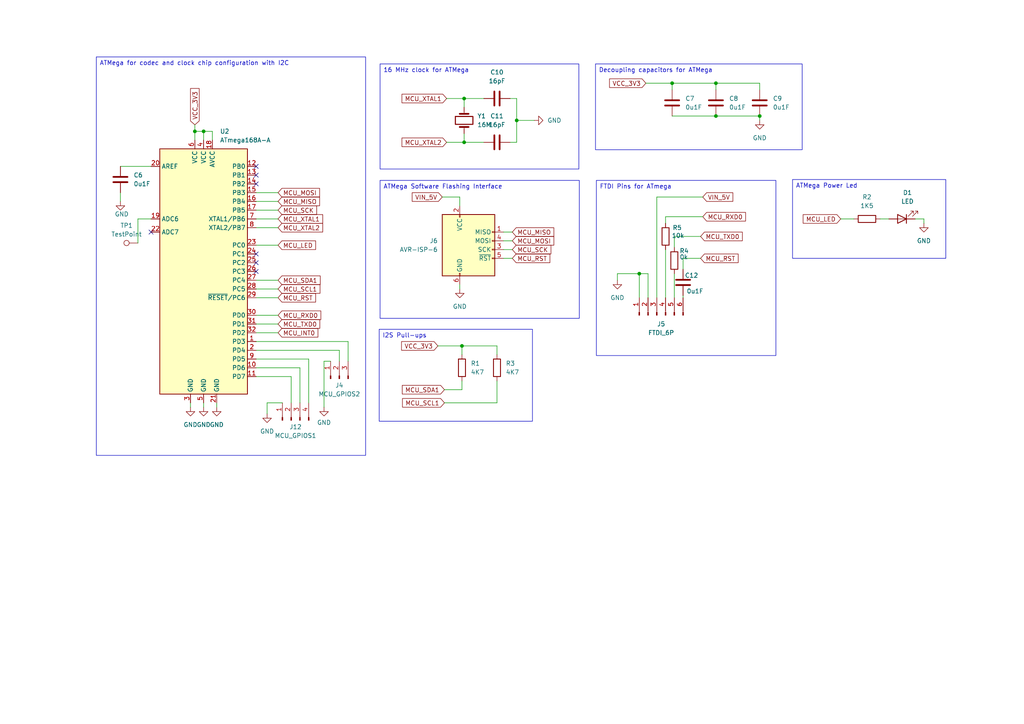
<source format=kicad_sch>
(kicad_sch (version 20230121) (generator eeschema)
  (paper "A4")
  (lib_symbols
    (symbol "Connector:AVR-ISP-6" (pin_names (offset 1.016))
      (property "Reference" "J" (at -6.35 11.43 0))
      (property "Value" "AVR-ISP-6" (at 0 11.43 0))
      (symbol "AVR-ISP-6_0_1"
        (rectangle (start -2.667 -6.858) (end -2.413 -7.62))
        (rectangle (start -2.667 10.16) (end -2.413 9.398))
        (rectangle (start 7.62 -2.413) (end 6.858 -2.667))
        (rectangle (start 7.62 0.127) (end 6.858 -0.127))
        (rectangle (start 7.62 2.667) (end 6.858 2.413))
        (rectangle (start 7.62 5.207) (end 6.858 4.953))
        (rectangle (start 7.62 10.16) (end -7.62 -7.62) (stroke (width 0.254)) (fill (type background)))
      )
      (symbol "AVR-ISP-6_1_1"
        (pin passive line (at 10.16 5.08 180) (length 2.54) (name "MISO") (number "1"))
        (pin passive line (at -2.54 12.7 270) (length 2.54) (name "VCC") (number "2"))
        (pin passive line (at 10.16 0 180) (length 2.54) (name "SCK") (number "3"))
        (pin passive line (at 10.16 2.54 180) (length 2.54) (name "MOSI") (number "4"))
        (pin passive line (at 10.16 -2.54 180) (length 2.54) (name "~{RST}") (number "5"))
        (pin passive line (at -2.54 -10.16 90) (length 2.54) (name "GND") (number "6"))
      )
    )
    (symbol "Connector:Conn_01x03_Pin" (pin_names (offset 1.016) hide)
      (property "Reference" "J" (at 0 5.08 0))
      (property "Value" "Conn_01x03_Pin" (at 0 -5.08 0))
      (symbol "Conn_01x03_Pin_1_1"
        (polyline (pts (xy 1.27 -2.54) (xy 0.8636 -2.54)) (stroke (width 0.1524)))
        (polyline (pts (xy 1.27 0) (xy 0.8636 0)) (stroke (width 0.1524)))
        (polyline (pts (xy 1.27 2.54) (xy 0.8636 2.54)) (stroke (width 0.1524)))
        (rectangle (start 0.8636 -2.413) (end 0 -2.667) (stroke (width 0.1524)) (fill (type outline)))
        (rectangle (start 0.8636 0.127) (end 0 -0.127) (stroke (width 0.1524)) (fill (type outline)))
        (rectangle (start 0.8636 2.667) (end 0 2.413) (stroke (width 0.1524)) (fill (type outline)))
        (pin passive line (at 5.08 2.54 180) (length 3.81) (name "Pin_1") (number "1"))
        (pin passive line (at 5.08 0 180) (length 3.81) (name "Pin_2") (number "2"))
        (pin passive line (at 5.08 -2.54 180) (length 3.81) (name "Pin_3") (number "3"))
      )
    )
    (symbol "Connector:Conn_01x04_Pin" (pin_names (offset 1.016) hide)
      (property "Reference" "J" (at 0 5.08 0))
      (property "Value" "Conn_01x04_Pin" (at 0 -7.62 0))
      (symbol "Conn_01x04_Pin_1_1"
        (polyline (pts (xy 1.27 -5.08) (xy 0.8636 -5.08)) (stroke (width 0.1524)))
        (polyline (pts (xy 1.27 -2.54) (xy 0.8636 -2.54)) (stroke (width 0.1524)))
        (polyline (pts (xy 1.27 0) (xy 0.8636 0)) (stroke (width 0.1524)))
        (polyline (pts (xy 1.27 2.54) (xy 0.8636 2.54)) (stroke (width 0.1524)))
        (rectangle (start 0.8636 -4.953) (end 0 -5.207) (stroke (width 0.1524)) (fill (type outline)))
        (rectangle (start 0.8636 -2.413) (end 0 -2.667) (stroke (width 0.1524)) (fill (type outline)))
        (rectangle (start 0.8636 0.127) (end 0 -0.127) (stroke (width 0.1524)) (fill (type outline)))
        (rectangle (start 0.8636 2.667) (end 0 2.413) (stroke (width 0.1524)) (fill (type outline)))
        (pin passive line (at 5.08 2.54 180) (length 3.81) (name "Pin_1") (number "1"))
        (pin passive line (at 5.08 0 180) (length 3.81) (name "Pin_2") (number "2"))
        (pin passive line (at 5.08 -2.54 180) (length 3.81) (name "Pin_3") (number "3"))
        (pin passive line (at 5.08 -5.08 180) (length 3.81) (name "Pin_4") (number "4"))
      )
    )
    (symbol "Connector:Conn_01x06_Pin" (pin_names (offset 1.016) hide)
      (property "Reference" "J" (at 0 7.62 0))
      (property "Value" "Conn_01x06_Pin" (at 0 -10.16 0))
      (symbol "Conn_01x06_Pin_1_1"
        (polyline (pts (xy 1.27 -7.62) (xy 0.8636 -7.62)) (stroke (width 0.1524)))
        (polyline (pts (xy 1.27 -5.08) (xy 0.8636 -5.08)) (stroke (width 0.1524)))
        (polyline (pts (xy 1.27 -2.54) (xy 0.8636 -2.54)) (stroke (width 0.1524)))
        (polyline (pts (xy 1.27 0) (xy 0.8636 0)) (stroke (width 0.1524)))
        (polyline (pts (xy 1.27 2.54) (xy 0.8636 2.54)) (stroke (width 0.1524)))
        (polyline (pts (xy 1.27 5.08) (xy 0.8636 5.08)) (stroke (width 0.1524)))
        (rectangle (start 0.8636 -7.493) (end 0 -7.747) (stroke (width 0.1524)) (fill (type outline)))
        (rectangle (start 0.8636 -4.953) (end 0 -5.207) (stroke (width 0.1524)) (fill (type outline)))
        (rectangle (start 0.8636 -2.413) (end 0 -2.667) (stroke (width 0.1524)) (fill (type outline)))
        (rectangle (start 0.8636 0.127) (end 0 -0.127) (stroke (width 0.1524)) (fill (type outline)))
        (rectangle (start 0.8636 2.667) (end 0 2.413) (stroke (width 0.1524)) (fill (type outline)))
        (rectangle (start 0.8636 5.207) (end 0 4.953) (stroke (width 0.1524)) (fill (type outline)))
        (pin passive line (at 5.08 5.08 180) (length 3.81) (name "Pin_1") (number "1"))
        (pin passive line (at 5.08 2.54 180) (length 3.81) (name "Pin_2") (number "2"))
        (pin passive line (at 5.08 0 180) (length 3.81) (name "Pin_3") (number "3"))
        (pin passive line (at 5.08 -2.54 180) (length 3.81) (name "Pin_4") (number "4"))
        (pin passive line (at 5.08 -5.08 180) (length 3.81) (name "Pin_5") (number "5"))
        (pin passive line (at 5.08 -7.62 180) (length 3.81) (name "Pin_6") (number "6"))
      )
    )
    (symbol "Connector:TestPoint" (pin_numbers hide) (pin_names (offset 0.762) hide)
      (property "Reference" "TP" (at 0 6.858 0))
      (property "Value" "TestPoint" (at 0 5.08 0))
      (symbol "TestPoint_0_1"
        (circle (center 0 3.302) (radius 0.762))
      )
      (symbol "TestPoint_1_1"
        (pin passive line (at 0 0 90) (length 2.54) (name "1") (number "1"))
      )
    )
    (symbol "Device:C" (pin_numbers hide) (pin_names (offset 0.254))
      (property "Reference" "C" (at 0.635 2.54 0))
      (property "Value" "C" (at 0.635 -2.54 0))
      (symbol "C_0_1"
        (polyline (pts (xy -2.032 -0.762) (xy 2.032 -0.762)) (stroke (width 0.508)))
        (polyline (pts (xy -2.032 0.762) (xy 2.032 0.762)) (stroke (width 0.508)))
      )
      (symbol "C_1_1"
        (pin passive line (at 0 3.81 270) (length 2.794) (name "~") (number "1"))
        (pin passive line (at 0 -3.81 90) (length 2.794) (name "~") (number "2"))
      )
    )
    (symbol "Device:Crystal" (pin_numbers hide) (pin_names (offset 1.016) hide)
      (property "Reference" "Y" (at 0 3.81 0))
      (property "Value" "Crystal" (at 0 -3.81 0))
      (symbol "Crystal_0_1"
        (rectangle (start -1.143 2.54) (end 1.143 -2.54) (stroke (width 0.3048)))
        (polyline (pts (xy -2.54 0) (xy -1.905 0)))
        (polyline (pts (xy -1.905 -1.27) (xy -1.905 1.27)) (stroke (width 0.508)))
        (polyline (pts (xy 1.905 -1.27) (xy 1.905 1.27)) (stroke (width 0.508)))
        (polyline (pts (xy 2.54 0) (xy 1.905 0)))
      )
      (symbol "Crystal_1_1"
        (pin passive line (at -3.81 0 0) (length 1.27) (name "1") (number "1"))
        (pin passive line (at 3.81 0 180) (length 1.27) (name "2") (number "2"))
      )
    )
    (symbol "Device:LED" (pin_numbers hide) (pin_names (offset 1.016) hide)
      (property "Reference" "D" (at 0 2.54 0))
      (property "Value" "LED" (at 0 -2.54 0))
      (symbol "LED_0_1"
        (polyline (pts (xy -1.27 -1.27) (xy -1.27 1.27)) (stroke (width 0.254)))
        (polyline (pts (xy -1.27 0) (xy 1.27 0)))
        (polyline (pts (xy 1.27 -1.27) (xy 1.27 1.27) (xy -1.27 0) (xy 1.27 -1.27)) (stroke (width 0.254)))
        (polyline (pts (xy -3.048 -0.762) (xy -4.572 -2.286) (xy -3.81 -2.286) (xy -4.572 -2.286) (xy -4.572 -1.524)))
        (polyline (pts (xy -1.778 -0.762) (xy -3.302 -2.286) (xy -2.54 -2.286) (xy -3.302 -2.286) (xy -3.302 -1.524)))
      )
      (symbol "LED_1_1"
        (pin passive line (at -3.81 0 0) (length 2.54) (name "K") (number "1"))
        (pin passive line (at 3.81 0 180) (length 2.54) (name "A") (number "2"))
      )
    )
    (symbol "Device:R" (pin_numbers hide) (pin_names (offset 0))
      (property "Reference" "R" (at 2.032 0 90))
      (property "Value" "R" (at 0 0 90))
      (symbol "R_0_1"
        (rectangle (start -1.016 -2.54) (end 1.016 2.54) (stroke (width 0.254)))
      )
      (symbol "R_1_1"
        (pin passive line (at 0 3.81 270) (length 1.27) (name "~") (number "1"))
        (pin passive line (at 0 -3.81 90) (length 1.27) (name "~") (number "2"))
      )
    )
    (symbol "lamikr_MCU_Microchip_ATmega:ATmega168A-A"
      (property "Reference" "U" (at -12.7 36.83 0))
      (property "Value" "ATmega168A-A" (at 2.54 -36.83 0))
      (symbol "ATmega168A-A_0_1"
        (rectangle (start -12.7 35.56) (end 12.7 -35.56) (stroke (width 0.254)) (fill (type background)))
      )
      (symbol "ATmega168A-A_1_1"
        (pin bidirectional line (at 15.24 -20.32 180) (length 2.54) (name "PD3") (number "1"))
        (pin bidirectional line (at 15.24 -27.94 180) (length 2.54) (name "PD6") (number "10"))
        (pin bidirectional line (at 15.24 -30.48 180) (length 2.54) (name "PD7") (number "11"))
        (pin bidirectional line (at 15.24 30.48 180) (length 2.54) (name "PB0") (number "12"))
        (pin bidirectional line (at 15.24 27.94 180) (length 2.54) (name "PB1") (number "13"))
        (pin bidirectional line (at 15.24 25.4 180) (length 2.54) (name "PB2") (number "14"))
        (pin bidirectional line (at 15.24 22.86 180) (length 2.54) (name "PB3") (number "15"))
        (pin bidirectional line (at 15.24 20.32 180) (length 2.54) (name "PB4") (number "16"))
        (pin bidirectional line (at 15.24 17.78 180) (length 2.54) (name "PB5") (number "17"))
        (pin power_in line (at 2.54 38.1 270) (length 2.54) (name "AVCC") (number "18"))
        (pin input line (at -15.24 15.24 0) (length 2.54) (name "ADC6") (number "19"))
        (pin bidirectional line (at 15.24 -22.86 180) (length 2.54) (name "PD4") (number "2"))
        (pin passive line (at -15.24 30.48 0) (length 2.54) (name "AREF") (number "20"))
        (pin passive line (at 3.81 -38.1 90) (length 2.54) (name "GND") (number "21"))
        (pin input line (at -15.24 11.43 0) (length 2.54) (name "ADC7") (number "22"))
        (pin bidirectional line (at 15.24 7.62 180) (length 2.54) (name "PC0") (number "23"))
        (pin bidirectional line (at 15.24 5.08 180) (length 2.54) (name "PC1") (number "24"))
        (pin bidirectional line (at 15.24 2.54 180) (length 2.54) (name "PC2") (number "25"))
        (pin bidirectional line (at 15.24 0 180) (length 2.54) (name "PC3") (number "26"))
        (pin bidirectional line (at 15.24 -2.54 180) (length 2.54) (name "PC4") (number "27"))
        (pin bidirectional line (at 15.24 -5.08 180) (length 2.54) (name "PC5") (number "28"))
        (pin bidirectional line (at 15.24 -7.62 180) (length 2.54) (name "~{RESET}/PC6") (number "29"))
        (pin power_in line (at -3.81 -38.1 90) (length 2.54) (name "GND") (number "3"))
        (pin bidirectional line (at 15.24 -12.7 180) (length 2.54) (name "PD0") (number "30"))
        (pin bidirectional line (at 15.24 -15.24 180) (length 2.54) (name "PD1") (number "31"))
        (pin bidirectional line (at 15.24 -17.78 180) (length 2.54) (name "PD2") (number "32"))
        (pin power_in line (at 0 38.1 270) (length 2.54) (name "VCC") (number "4"))
        (pin passive line (at 0 -38.1 90) (length 2.54) (name "GND") (number "5"))
        (pin passive line (at -2.54 38.1 270) (length 2.54) (name "VCC") (number "6"))
        (pin bidirectional line (at 15.24 15.24 180) (length 2.54) (name "XTAL1/PB6") (number "7"))
        (pin bidirectional line (at 15.24 12.7 180) (length 2.54) (name "XTAL2/PB7") (number "8"))
        (pin bidirectional line (at 15.24 -25.4 180) (length 2.54) (name "PD5") (number "9"))
      )
    )
    (symbol "power:GND" (power) (pin_names (offset 0))
      (property "Value" "GND" (at 0 -3.81 0))
      (symbol "GND_0_1"
        (polyline (pts (xy 0 0) (xy 0 -1.27) (xy 1.27 -1.27) (xy 0 -2.54) (xy -1.27 -1.27) (xy 0 -1.27)))
      )
      (symbol "GND_1_1"
        (pin power_in line (at 0 0 270) (length 0) hide (name "GND") (number "1"))
      )
    )
  )
  (junction (at 59.055 38.1))
  (junction (at 194.945 24.13))
  (junction (at 134.62 41.275))
  (junction (at 134.62 28.575))
  (junction (at 133.985 100.33))
  (junction (at 207.645 24.13))
  (junction (at 220.345 33.655))
  (junction (at 207.645 33.655))
  (junction (at 56.515 38.1))
  (junction (at 149.86 34.925))
  (junction (at 185.42 79.375))
  (no_connect (at 74.295 73.66))
  (no_connect (at 74.295 53.34))
  (no_connect (at 43.815 67.31))
  (no_connect (at 74.295 76.2))
  (no_connect (at 74.295 48.26))
  (no_connect (at 74.295 50.8))
  (no_connect (at 74.295 78.74))
  (wire (pts (xy 74.295 83.82) (xy 80.645 83.82)))
  (wire (pts (xy 144.145 110.49) (xy 144.145 116.84)))
  (wire (pts (xy 98.425 101.6) (xy 98.425 104.775)))
  (wire (pts (xy 185.42 79.375) (xy 187.96 79.375)))
  (wire (pts (xy 193.04 62.865) (xy 203.835 62.865)))
  (wire (pts (xy 149.86 28.575) (xy 147.955 28.575)))
  (wire (pts (xy 34.925 55.88) (xy 34.925 58.42)))
  (wire (pts (xy 195.58 68.58) (xy 203.2 68.58)))
  (wire (pts (xy 74.295 99.06) (xy 100.965 99.06)))
  (wire (pts (xy 74.295 91.44) (xy 80.645 91.44)))
  (wire (pts (xy 146.05 74.93) (xy 148.59 74.93)))
  (wire (pts (xy 198.12 74.93) (xy 203.2 74.93)))
  (wire (pts (xy 59.055 40.64) (xy 59.055 38.1)))
  (wire (pts (xy 190.5 57.15) (xy 203.835 57.15)))
  (wire (pts (xy 61.595 38.1) (xy 61.595 40.64)))
  (wire (pts (xy 74.295 55.88) (xy 80.645 55.88)))
  (wire (pts (xy 129.54 41.275) (xy 134.62 41.275)))
  (wire (pts (xy 187.96 79.375) (xy 187.96 86.36)))
  (wire (pts (xy 133.35 57.15) (xy 133.35 59.69)))
  (wire (pts (xy 128.27 57.15) (xy 133.35 57.15)))
  (wire (pts (xy 149.86 41.275) (xy 147.955 41.275)))
  (wire (pts (xy 185.42 86.36) (xy 185.42 79.375)))
  (wire (pts (xy 220.345 33.655) (xy 220.345 34.925)))
  (wire (pts (xy 190.5 57.15) (xy 190.5 86.36)))
  (wire (pts (xy 179.07 79.375) (xy 179.07 81.28)))
  (wire (pts (xy 89.535 104.14) (xy 89.535 116.84)))
  (wire (pts (xy 74.295 106.68) (xy 86.995 106.68)))
  (wire (pts (xy 74.295 109.22) (xy 84.455 109.22)))
  (wire (pts (xy 62.865 116.84) (xy 62.865 118.11)))
  (wire (pts (xy 133.35 82.55) (xy 133.35 83.82)))
  (wire (pts (xy 77.47 116.84) (xy 77.47 120.015)))
  (wire (pts (xy 265.43 63.5) (xy 267.97 63.5)))
  (wire (pts (xy 193.04 64.77) (xy 193.04 62.865)))
  (wire (pts (xy 267.97 63.5) (xy 267.97 64.77)))
  (wire (pts (xy 133.985 100.33) (xy 144.145 100.33)))
  (wire (pts (xy 207.645 33.655) (xy 220.345 33.655)))
  (wire (pts (xy 56.515 38.1) (xy 56.515 40.64)))
  (wire (pts (xy 194.945 24.13) (xy 207.645 24.13)))
  (wire (pts (xy 255.27 63.5) (xy 257.81 63.5)))
  (wire (pts (xy 74.295 81.28) (xy 80.645 81.28)))
  (wire (pts (xy 220.345 24.13) (xy 220.345 26.035)))
  (wire (pts (xy 146.05 67.31) (xy 148.59 67.31)))
  (wire (pts (xy 195.58 79.375) (xy 195.58 86.36)))
  (wire (pts (xy 144.145 116.84) (xy 128.905 116.84)))
  (wire (pts (xy 129.54 28.575) (xy 134.62 28.575)))
  (wire (pts (xy 55.245 116.84) (xy 55.245 118.11)))
  (wire (pts (xy 43.815 63.5) (xy 40.005 63.5)))
  (wire (pts (xy 40.005 63.5) (xy 40.005 70.485)))
  (wire (pts (xy 59.055 38.1) (xy 61.595 38.1)))
  (wire (pts (xy 74.295 58.42) (xy 80.645 58.42)))
  (wire (pts (xy 74.295 63.5) (xy 80.645 63.5)))
  (wire (pts (xy 134.62 38.735) (xy 134.62 41.275)))
  (wire (pts (xy 86.995 106.68) (xy 86.995 116.84)))
  (wire (pts (xy 127 100.33) (xy 133.985 100.33)))
  (wire (pts (xy 149.86 34.925) (xy 154.94 34.925)))
  (wire (pts (xy 128.905 113.03) (xy 133.985 113.03)))
  (wire (pts (xy 185.42 79.375) (xy 179.07 79.375)))
  (wire (pts (xy 194.945 33.655) (xy 207.645 33.655)))
  (wire (pts (xy 207.645 24.13) (xy 207.645 26.035)))
  (wire (pts (xy 146.05 69.85) (xy 148.59 69.85)))
  (wire (pts (xy 93.98 104.775) (xy 93.98 118.11)))
  (wire (pts (xy 74.295 66.04) (xy 80.645 66.04)))
  (wire (pts (xy 74.295 60.96) (xy 80.645 60.96)))
  (wire (pts (xy 149.86 28.575) (xy 149.86 34.925)))
  (wire (pts (xy 133.985 113.03) (xy 133.985 110.49)))
  (wire (pts (xy 146.05 72.39) (xy 148.59 72.39)))
  (wire (pts (xy 95.885 104.775) (xy 93.98 104.775)))
  (wire (pts (xy 59.055 38.1) (xy 56.515 38.1)))
  (wire (pts (xy 74.295 104.14) (xy 89.535 104.14)))
  (wire (pts (xy 134.62 28.575) (xy 140.335 28.575)))
  (wire (pts (xy 74.295 96.52) (xy 80.645 96.52)))
  (wire (pts (xy 56.515 36.195) (xy 56.515 38.1)))
  (wire (pts (xy 100.965 99.06) (xy 100.965 104.775)))
  (wire (pts (xy 187.325 24.13) (xy 194.945 24.13)))
  (wire (pts (xy 134.62 41.275) (xy 140.335 41.275)))
  (wire (pts (xy 34.925 48.26) (xy 43.815 48.26)))
  (wire (pts (xy 194.945 24.13) (xy 194.945 26.035)))
  (wire (pts (xy 198.12 85.725) (xy 198.12 86.36)))
  (wire (pts (xy 74.295 93.98) (xy 80.645 93.98)))
  (wire (pts (xy 81.915 116.84) (xy 77.47 116.84)))
  (wire (pts (xy 144.145 100.33) (xy 144.145 102.87)))
  (wire (pts (xy 84.455 109.22) (xy 84.455 116.84)))
  (wire (pts (xy 74.295 101.6) (xy 98.425 101.6)))
  (wire (pts (xy 74.295 71.12) (xy 80.645 71.12)))
  (wire (pts (xy 59.055 116.84) (xy 59.055 118.11)))
  (wire (pts (xy 149.86 34.925) (xy 149.86 41.275)))
  (wire (pts (xy 134.62 28.575) (xy 134.62 31.115)))
  (wire (pts (xy 74.295 86.36) (xy 80.645 86.36)))
  (wire (pts (xy 193.04 72.39) (xy 193.04 86.36)))
  (wire (pts (xy 195.58 71.755) (xy 195.58 68.58)))
  (wire (pts (xy 198.12 78.105) (xy 198.12 74.93)))
  (wire (pts (xy 207.645 24.13) (xy 220.345 24.13)))
  (wire (pts (xy 243.84 63.5) (xy 247.65 63.5)))
  (wire (pts (xy 133.985 100.33) (xy 133.985 102.87)))
  (text_box "16 MHz clock for ATMega" (at 110.236 18.542 0) (size 57.658 30.48) (effects (font (size 1.27 1.27)) (justify left top)))
  (text_box "ATMega for codec and clock chip configuration with I2C" (at 27.94 16.51 0) (size 78.105 115.57) (effects (font (size 1.27 1.27)) (justify left top)))
  (text_box "ATMega Power Led" (at 229.87 52.07 0) (size 44.45 22.86) (effects (font (size 1.27 1.27)) (justify left top)))
  (text_box "I2S Pull-ups" (at 109.982 95.504 0) (size 44.45 26.67) (effects (font (size 1.27 1.27)) (justify left top)))
  (text_box "FTDI Pins for ATmega" (at 172.974 52.324 0) (size 52.07 50.8) (effects (font (size 1.27 1.27)) (justify left top)))
  (text_box "ATMega Software Flashing Interface" (at 110.236 52.324 0) (size 57.785 40.005) (effects (font (size 1.27 1.27)) (justify left top)))
  (text_box "Decoupling capacitors for ATMega" (at 172.72 18.542 0) (size 59.944 24.892) (effects (font (size 1.27 1.27)) (justify left top)))
  (global_label "MCU_RST" (shape input) (at 80.645 86.36 0) (property "Intersheetrefs" "${INTERSHEET_REFS}" (effects hide)))
  (global_label "VCC_3V3" (shape input) (at 187.325 24.13 180) (property "Intersheetrefs" "${INTERSHEET_REFS}" (effects hide)))
  (global_label "MCU_SDA1" (shape input) (at 128.905 113.03 180) (property "Intersheetrefs" "${INTERSHEET_REFS}" (effects hide)))
  (global_label "MCU_RXD0" (shape input) (at 80.645 91.44 0) (property "Intersheetrefs" "${INTERSHEET_REFS}" (effects hide)))
  (global_label "MCU_XTAL2" (shape input) (at 129.54 41.275 180) (property "Intersheetrefs" "${INTERSHEET_REFS}" (effects hide)))
  (global_label "MCU_XTAL1" (shape input) (at 129.54 28.575 180) (property "Intersheetrefs" "${INTERSHEET_REFS}" (effects hide)))
  (global_label "VCC_3V3" (shape input) (at 127 100.33 180) (property "Intersheetrefs" "${INTERSHEET_REFS}" (effects hide)))
  (global_label "MCU_SCK" (shape input) (at 148.59 72.39 0) (property "Intersheetrefs" "${INTERSHEET_REFS}" (effects hide)))
  (global_label "MCU_TXD0" (shape input) (at 80.645 93.98 0) (property "Intersheetrefs" "${INTERSHEET_REFS}" (effects hide)))
  (global_label "MCU_LED" (shape input) (at 243.84 63.5 180) (property "Intersheetrefs" "${INTERSHEET_REFS}" (effects hide)))
  (global_label "MCU_SCK" (shape input) (at 80.645 60.96 0) (property "Intersheetrefs" "${INTERSHEET_REFS}" (effects hide)))
  (global_label "MCU_RST" (shape input) (at 203.2 74.93 0) (property "Intersheetrefs" "${INTERSHEET_REFS}" (effects hide)))
  (global_label "MCU_MISO" (shape input) (at 80.645 58.42 0) (property "Intersheetrefs" "${INTERSHEET_REFS}" (effects hide)))
  (global_label "MCU_MISO" (shape input) (at 148.59 67.31 0) (property "Intersheetrefs" "${INTERSHEET_REFS}" (effects hide)))
  (global_label "MCU_XTAL1" (shape input) (at 80.645 63.5 0) (property "Intersheetrefs" "${INTERSHEET_REFS}" (effects hide)))
  (global_label "MCU_LED" (shape input) (at 80.645 71.12 0) (property "Intersheetrefs" "${INTERSHEET_REFS}" (effects hide)))
  (global_label "VCC_3V3" (shape input) (at 56.515 36.195 90) (property "Intersheetrefs" "${INTERSHEET_REFS}" (effects hide)))
  (global_label "MCU_MOSI" (shape input) (at 80.645 55.88 0) (property "Intersheetrefs" "${INTERSHEET_REFS}" (effects hide)))
  (global_label "MCU_RST" (shape input) (at 148.59 74.93 0) (property "Intersheetrefs" "${INTERSHEET_REFS}" (effects hide)))
  (global_label "VIN_5V" (shape input) (at 128.27 57.15 180) (property "Intersheetrefs" "${INTERSHEET_REFS}" (effects hide)))
  (global_label "MCU_MOSI" (shape input) (at 148.59 69.85 0) (property "Intersheetrefs" "${INTERSHEET_REFS}" (effects hide)))
  (global_label "MCU_SCL1" (shape input) (at 80.645 83.82 0) (property "Intersheetrefs" "${INTERSHEET_REFS}" (effects hide)))
  (global_label "MCU_XTAL2" (shape input) (at 80.645 66.04 0) (property "Intersheetrefs" "${INTERSHEET_REFS}" (effects hide)))
  (global_label "MCU_SDA1" (shape input) (at 80.645 81.28 0) (property "Intersheetrefs" "${INTERSHEET_REFS}" (effects hide)))
  (global_label "MCU_RXD0" (shape input) (at 203.835 62.865 0) (property "Intersheetrefs" "${INTERSHEET_REFS}" (effects hide)))
  (global_label "MCU_SCL1" (shape input) (at 128.905 116.84 180) (property "Intersheetrefs" "${INTERSHEET_REFS}" (effects hide)))
  (global_label "MCU_TXD0" (shape input) (at 203.2 68.58 0) (property "Intersheetrefs" "${INTERSHEET_REFS}" (effects hide)))
  (global_label "VIN_5V" (shape input) (at 203.835 57.15 0) (property "Intersheetrefs" "${INTERSHEET_REFS}" (effects hide)))
  (global_label "MCU_INT0" (shape input) (at 80.645 96.52 0) (property "Intersheetrefs" "${INTERSHEET_REFS}" (effects hide)))
  (symbol (lib_id "Connector:Conn_01x04_Pin") (at 84.455 121.92 90) (unit 1)
    (property "Reference" "J12" (at 85.725 123.825 90))
    (property "Value" "MCU_GPIOS1" (at 85.725 126.365 90))
    (property "Footprint" "Connector_PinHeader_2.54mm:PinHeader_1x04_P2.54mm_Vertical" (effects hide))
  )
  (symbol (lib_id "lamikr_MCU_Microchip_ATmega:ATmega168A-A") (at 59.055 78.74 0) (unit 1)
    (property "Reference" "U2" (at 63.7891 38.1 0) (effects (justify left)))
    (property "Value" "ATmega168A-A" (at 63.7891 40.64 0) (effects (justify left)))
    (property "Footprint" "Package_QFP:TQFP-32_7x7mm_P0.8mm" (effects hide))
    (property "Datasheet" "http://ww1.microchip.com/downloads/en/DeviceDoc/ATmega48A_88A_168A-Data-Sheet-40002007A.pdf" (effects hide))
  )
  (symbol (lib_id "power:GND") (at 34.925 58.42 0) (unit 1)
    (property "Reference" "#PWR05" (effects hide))
    (property "Value" "GND" (at 35.306 62.103 0))
  )
  (symbol (lib_id "Device:C") (at 198.12 81.915 0) (unit 1)
    (property "Reference" "C12" (at 198.628 79.883 0) (effects (justify left)))
    (property "Value" "0u1F" (at 199.136 84.455 0) (effects (justify left)))
    (property "Footprint" "Capacitor_SMD:C_0402_1005Metric" (effects hide))
  )
  (symbol (lib_id "Device:R") (at 144.145 106.68 0) (unit 1)
    (property "Reference" "R3" (at 146.685 105.41 0) (effects (justify left)))
    (property "Value" "4K7" (at 146.685 107.95 0) (effects (justify left)))
    (property "Footprint" "Resistor_SMD:R_0402_1005Metric" (effects hide))
  )
  (symbol (lib_id "power:GND") (at 154.94 34.925 90) (unit 1)
    (property "Reference" "#PWR012" (effects hide))
    (property "Value" "GND" (at 158.75 34.925 90) (effects (justify right)))
  )
  (symbol (lib_id "power:GND") (at 220.345 34.925 0) (unit 1)
    (property "Reference" "#PWR011" (effects hide))
    (property "Value" "GND" (at 220.345 40.005 0))
  )
  (symbol (lib_id "power:GND") (at 179.07 81.28 0) (unit 1)
    (property "Reference" "#PWR014" (effects hide))
    (property "Value" "GND" (at 179.07 86.36 0))
  )
  (symbol (lib_id "power:GND") (at 267.97 64.77 0) (unit 1)
    (property "Reference" "#PWR013" (effects hide))
    (property "Value" "GND" (at 267.97 69.85 0))
  )
  (symbol (lib_id "power:GND") (at 55.245 118.11 0) (unit 1)
    (property "Reference" "#PWR06" (effects hide))
    (property "Value" "GND" (at 55.245 123.19 0))
  )
  (symbol (lib_id "Device:C") (at 207.645 29.845 0) (unit 1)
    (property "Reference" "C8" (at 211.455 28.575 0) (effects (justify left)))
    (property "Value" "0u1F" (at 211.455 31.115 0) (effects (justify left)))
    (property "Footprint" "Capacitor_SMD:C_0402_1005Metric" (effects hide))
  )
  (symbol (lib_id "Connector:AVR-ISP-6") (at 135.89 72.39 0) (unit 1)
    (property "Reference" "J6" (at 127 69.85 0) (effects (justify right)))
    (property "Value" "AVR-ISP-6" (at 127 72.39 0) (effects (justify right)))
    (property "Footprint" "Connector_PinHeader_2.54mm:PinHeader_2x03_P2.54mm_Vertical" (effects hide))
    (property "Datasheet" " ~" (effects hide))
  )
  (symbol (lib_id "Device:R") (at 133.985 106.68 180) (unit 1)
    (property "Reference" "R1" (at 136.525 105.41 0) (effects (justify right)))
    (property "Value" "4K7" (at 136.525 107.95 0) (effects (justify right)))
    (property "Footprint" "Resistor_SMD:R_0402_1005Metric" (effects hide))
  )
  (symbol (lib_id "Device:R") (at 195.58 75.565 0) (unit 1)
    (property "Reference" "R4" (at 197.104 72.771 0) (effects (justify left)))
    (property "Value" "0k" (at 197.104 74.549 0) (effects (justify left)))
    (property "Footprint" "Resistor_SMD:R_0402_1005Metric" (effects hide))
  )
  (symbol (lib_id "power:GND") (at 77.47 120.015 0) (unit 1)
    (property "Reference" "#PWR027" (effects hide))
    (property "Value" "GND" (at 77.47 125.095 0))
  )
  (symbol (lib_id "power:GND") (at 62.865 118.11 0) (unit 1)
    (property "Reference" "#PWR09" (effects hide))
    (property "Value" "GND" (at 62.865 123.19 0))
  )
  (symbol (lib_id "Connector:TestPoint") (at 40.005 70.485 90) (unit 1)
    (property "Reference" "TP1" (at 36.703 65.405 90))
    (property "Value" "TestPoint" (at 36.703 67.945 90))
    (property "Footprint" "TestPoint:TestPoint_Pad_D1.0mm" (effects hide))
  )
  (symbol (lib_id "Device:Crystal") (at 134.62 34.925 90) (unit 1)
    (property "Reference" "Y1" (at 138.43 33.655 90) (effects (justify right)))
    (property "Value" "16M" (at 138.43 36.195 90) (effects (justify right)))
    (property "Footprint" "lamikr_audio:XTAL_ABM7_ABR" (effects hide))
    (property "SKU_digikey" "535-9840-1-ND" (effects hide))
  )
  (symbol (lib_id "Connector:Conn_01x06_Pin") (at 190.5 91.44 90) (unit 1)
    (property "Reference" "J5" (at 191.77 93.98 90))
    (property "Value" "FTDI_6P" (at 191.77 96.52 90))
    (property "Footprint" "Connector_PinHeader_2.54mm:PinHeader_1x06_P2.54mm_Vertical" (effects hide))
  )
  (symbol (lib_id "Device:C") (at 194.945 29.845 0) (unit 1)
    (property "Reference" "C7" (at 198.755 28.575 0) (effects (justify left)))
    (property "Value" "0u1F" (at 198.755 31.115 0) (effects (justify left)))
    (property "Footprint" "Capacitor_SMD:C_0402_1005Metric" (effects hide))
  )
  (symbol (lib_id "power:GND") (at 133.35 83.82 0) (mirror y) (unit 1)
    (property "Reference" "#PWR015" (effects hide))
    (property "Value" "GND" (at 133.35 88.9 0))
  )
  (symbol (lib_id "Device:C") (at 34.925 52.07 0) (unit 1)
    (property "Reference" "C6" (at 38.735 50.8 0) (effects (justify left)))
    (property "Value" "0u1F" (at 38.735 53.34 0) (effects (justify left)))
    (property "Footprint" "Capacitor_SMD:C_0402_1005Metric" (effects hide))
  )
  (symbol (lib_id "Device:C") (at 144.145 41.275 90) (unit 1)
    (property "Reference" "C11" (at 144.145 33.655 90))
    (property "Value" "16pF" (at 144.145 36.195 90))
    (property "Footprint" "Capacitor_SMD:C_0402_1005Metric" (effects hide))
  )
  (symbol (lib_id "Device:LED") (at 261.62 63.5 180) (unit 1)
    (property "Reference" "D1" (at 263.2075 55.88 0))
    (property "Value" "LED" (at 263.2075 58.42 0))
    (property "Footprint" "LED_SMD:LED_0805_2012Metric" (effects hide))
  )
  (symbol (lib_id "power:GND") (at 59.055 118.11 0) (unit 1)
    (property "Reference" "#PWR08" (effects hide))
    (property "Value" "GND" (at 59.055 123.19 0))
  )
  (symbol (lib_id "power:GND") (at 93.98 118.11 0) (unit 1)
    (property "Reference" "#PWR028" (effects hide))
    (property "Value" "GND" (at 93.98 122.555 0))
  )
  (symbol (lib_id "Device:C") (at 220.345 29.845 0) (unit 1)
    (property "Reference" "C9" (at 224.155 28.575 0) (effects (justify left)))
    (property "Value" "0u1F" (at 224.155 31.115 0) (effects (justify left)))
    (property "Footprint" "Capacitor_SMD:C_0402_1005Metric" (effects hide))
  )
  (symbol (lib_id "Connector:Conn_01x03_Pin") (at 98.425 109.855 90) (unit 1)
    (property "Reference" "J4" (at 98.425 111.76 90))
    (property "Value" "MCU_GPIOS2" (at 98.425 114.3 90))
    (property "Footprint" "Connector_PinHeader_2.54mm:PinHeader_1x03_P2.54mm_Vertical" (effects hide))
  )
  (symbol (lib_id "Device:R") (at 193.04 68.58 0) (unit 1)
    (property "Reference" "R5" (at 195.072 66.04 0) (effects (justify left)))
    (property "Value" "10k" (at 194.818 68.326 0) (effects (justify left)))
    (property "Footprint" "Resistor_SMD:R_0402_1005Metric" (effects hide))
  )
  (symbol (lib_id "Device:C") (at 144.145 28.575 90) (unit 1)
    (property "Reference" "C10" (at 144.145 20.955 90))
    (property "Value" "16pF" (at 144.145 23.495 90))
    (property "Footprint" "Capacitor_SMD:C_0402_1005Metric" (effects hide))
  )
  (symbol (lib_id "Device:R") (at 251.46 63.5 90) (unit 1)
    (property "Reference" "R2" (at 251.46 57.15 90))
    (property "Value" "1K5" (at 251.46 59.69 90))
    (property "Footprint" "Resistor_SMD:R_0402_1005Metric" (effects hide))
  )
)
</source>
